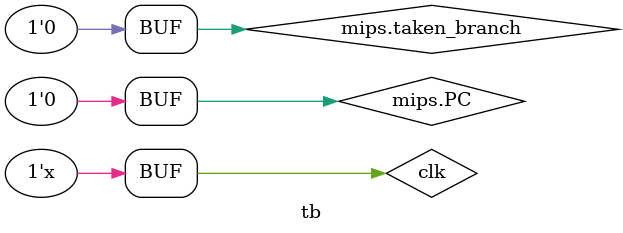
<source format=v>
module tb;

reg clk;
integer k;
wire [15:0]PC;
wire [15:0] Reg0;
wire [15:0] Reg1;
wire [15:0] Reg2;
wire [15:0] Reg3;
wire [15:0] Reg4;
wire [15:0] Reg5;
wire [15:0] Reg6;
//wire [15:0]EX_MEM_ALUout_JAL;
//wire [15:0] EX_MEM_ALUout_JRI;
//wire EX_MEM_COND;
wire sm_enable_latch,lm_enable_latch;

//wire [2:0] ID_EX_type;
//
//wire [15:0]EX_MEM_ALUout_latch;
////wire 16:0]MEM_WB_ALUout;
//wire [15:0]EX_MEM_ALUout;
////wire [16:0]MEM_WB_STORE_LATCH;
//
//wire [8:0] EX_MEM_IMMEDIATE_9_BIT_DATA_latch;


wire [15:0] ID_EX_PC;
wire [15:0] ID_EX_IMM_latch;
wire [15:0] EX_MEM_ALUout_BEQ;
wire [15:0]IF_ID_PC,EX_MEM_PC,MEM_WB_PC;
wire [8:0] ID_EX_IMMEDIATE_9_BIT_DATA_latch;



mips_32 mips(clk,PC,ID_EX_PC,IF_ID_PC,EX_MEM_PC,MEM_WB_PC,ID_EX_IMMEDIATE_9_BIT_DATA_latch,Reg0,Reg1,Reg2,Reg3,Reg4,Reg5,Reg6);

initial begin 

clk=1'b1;

end

always #10 clk=!clk;

initial begin 

//for(k=0;k<7;k=k+1) 
//	mips.Reg[k] <=k;

mips.Reg[0] =1;
mips.Reg[1] =2;
mips.Reg[2] =2;
mips.Reg[3] =3;
mips.Reg[4] =4;
mips.Reg[5] =5;
mips.Reg[6] =6;





//mips.mem[0]  = 16'h3000;         // lhi r0,0
//mips.mem[1]  = 16'h3201;			// lhi r1,128
//mips.mem[2]  = 16'h3401;			// lhi r2,128
//
////mips.mem[3] =  16'h829f;         // branch instruction
//        
//mips.mem[3]  = 16'h3603;			// lhi r3,384
//mips.mem[4]  = 16'h3804;			// lhi r4,512
//mips.mem[5]  = 16'h3a02;			// lhi r5,256
//mips.mem[6]  = 16'h3c01;			// lhi r6,128
//mips.mem[7]  = 16'hb00f;
//mips.mem[7]  = 16'h1298;        // add r1,r2,r3
//mips.mem[8]  = 16'h129b;        // adl r1,r2,r3
//mips.mem[9]  = 16'h0281;		  // ADI r1,r2,Imm
//mips.mem[10] = 16'h558f;        // sw ra,rb,Imm
//mips.mem[11] = 16'h478f;        // lw ra,rb,Imm
//mips.mem[12] = 16'hf000;        // 
//mips.mem[13] = 16'he000;  
//mips.mem[14] = 16'h9000;   
//mips.mem[15]  = 16'h3000;         // lhi r0,0
//mips.mem[16]  = 16'h3201;			// lhi r1,128
//mips.mem[17]  = 16'h3401;			// lhi r2,128   

//mips.mem[14] = 16'hc0ff;        
//mips.mem[15] = 16'hb0ff;        
//

//mips.mem[3] = 16'h904c;    // jal instruction
//mips.mem[7] =  16'h805f;         // branch instruction  beq r0,r1,31


mips.mem[0] =16'h3002;  
mips.mem[1] = 16'h3202;
mips.mem[2] = 16'h3502;
mips.mem[3]  = 16'h3603;			// lhi r3,384
mips.mem[4]  = 16'h3804;			// lhi r4,512
mips.mem[5]  = 16'h3a02;			// lhi r5,256
mips.mem[6]  = 16'h3c01;			// lhi r6,128
mips.mem[7] = 16'h904c;    // jal instruction 1001 0000 0100 1100   7+76=83
mips.mem[39] = 16'h3000;
           
//mips.mem[7] = 16'hd0ff;  
//mips.mem[8] = 16'hc0ff;
//mips.mem[4]  = 16'h3000;         // lhi r0,0
//mips.mem[5]  = 16'h3201;			// lhi r1,128
//mips.mem[6]  = 16'h3401;			// lhi r2,128
//mips.mem[80]  = 16'h3000;         // lhi r0,0
//mips.mem[81]  = 16'h3201;			// lhi r1,128
//mips.mem[82]  = 16'h3401;			// lhi r2,128

mips.taken_branch=1'b0;
mips.PC = 16'd0;

//for(k=0;k<6;k=k+1) 
//$display(k,mips.Reg[k]);


end
endmodule

</source>
